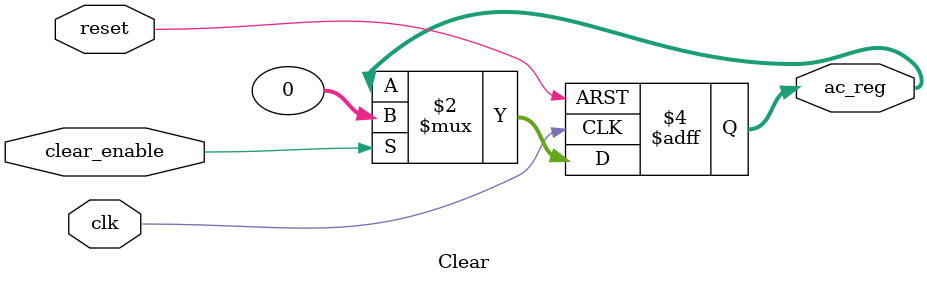
<source format=v>
module Clear (
  input wire clk,
  input wire reset,
  input wire clear_enable,
  // other inputs and outputs
  output reg [31:0] ac_reg
);

always @(posedge clk or posedge reset) begin
  if (reset) begin
    // Reset all registers including the accumulator
    ac_reg <= 32'b0;
    // Other reset logic for your processor
  end else begin
    // Your normal processor logic here

    // Clear operation
    if (clear_enable) begin
      ac_reg <= 32'b0;  // Set accumulator to 0
      // Additional clear-related logic if needed
    end
  end
end


endmodule

</source>
